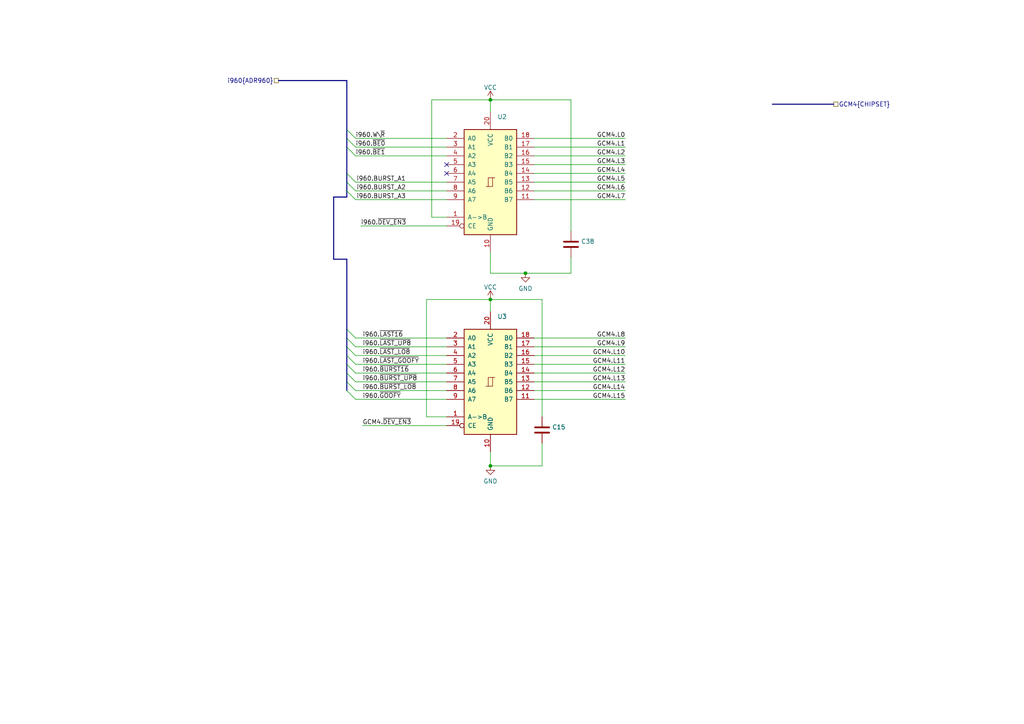
<source format=kicad_sch>
(kicad_sch (version 20211123) (generator eeschema)
  (paper "A4")
  (title_block (title "Aux Data Register") (date "2022-05-14") (rev "1") (company "Joshua Scoggins") (comment 1 "Extraneous information that should not use its own gpios"))
  (lib_symbols
    (symbol "74xx:74HC245" (pin_names (offset 1.016))
      (property "Reference" "U" (at -7.62 16.51 0))
      (property "Value" "74HC245" (at -7.62 -16.51 0))
      (symbol "74HC245_1_0"
        (polyline (pts (xy -0.635 -1.27) (xy -0.635 1.27) (xy 0.635 1.27)))
        (polyline (pts (xy -1.27 -1.27) (xy 0.635 -1.27) (xy 0.635 1.27) (xy 1.27 1.27)))
        (pin input line (at -12.7 -10.16 0) (length 5.08) (name "A->B") (number "1"))
        (pin power_in line (at 0 -20.32 90) (length 5.08) (name "GND") (number "10"))
        (pin tri_state line (at 12.7 -5.08 180) (length 5.08) (name "B7") (number "11"))
        (pin tri_state line (at 12.7 -2.54 180) (length 5.08) (name "B6") (number "12"))
        (pin tri_state line (at 12.7 0 180) (length 5.08) (name "B5") (number "13"))
        (pin tri_state line (at 12.7 2.54 180) (length 5.08) (name "B4") (number "14"))
        (pin tri_state line (at 12.7 5.08 180) (length 5.08) (name "B3") (number "15"))
        (pin tri_state line (at 12.7 7.62 180) (length 5.08) (name "B2") (number "16"))
        (pin tri_state line (at 12.7 10.16 180) (length 5.08) (name "B1") (number "17"))
        (pin tri_state line (at 12.7 12.7 180) (length 5.08) (name "B0") (number "18"))
        (pin input inverted (at -12.7 -12.7 0) (length 5.08) (name "CE") (number "19"))
        (pin tri_state line (at -12.7 12.7 0) (length 5.08) (name "A0") (number "2"))
        (pin power_in line (at 0 20.32 270) (length 5.08) (name "VCC") (number "20"))
        (pin tri_state line (at -12.7 10.16 0) (length 5.08) (name "A1") (number "3"))
        (pin tri_state line (at -12.7 7.62 0) (length 5.08) (name "A2") (number "4"))
        (pin tri_state line (at -12.7 5.08 0) (length 5.08) (name "A3") (number "5"))
        (pin tri_state line (at -12.7 2.54 0) (length 5.08) (name "A4") (number "6"))
        (pin tri_state line (at -12.7 0 0) (length 5.08) (name "A5") (number "7"))
        (pin tri_state line (at -12.7 -2.54 0) (length 5.08) (name "A6") (number "8"))
        (pin tri_state line (at -12.7 -5.08 0) (length 5.08) (name "A7") (number "9"))
      )
      (symbol "74HC245_1_1"
        (rectangle (start -7.62 15.24) (end 7.62 -15.24) (stroke (width 0.254)) (fill (type background)))
      )
    )
    (symbol "Device:C" (pin_numbers hide) (pin_names (offset 0.254))
      (property "Reference" "C" (at 0.635 2.54 0))
      (property "Value" "C" (at 0.635 -2.54 0))
      (symbol "C_0_1"
        (polyline (pts (xy -2.032 -0.762) (xy 2.032 -0.762)) (stroke (width 0.508)))
        (polyline (pts (xy -2.032 0.762) (xy 2.032 0.762)) (stroke (width 0.508)))
      )
      (symbol "C_1_1"
        (pin passive line (at 0 3.81 270) (length 2.794) (name "~") (number "1"))
        (pin passive line (at 0 -3.81 90) (length 2.794) (name "~") (number "2"))
      )
    )
    (symbol "power:GND" (power) (pin_names (offset 0))
      (property "Value" "GND" (at 0 -3.81 0))
      (symbol "GND_0_1"
        (polyline (pts (xy 0 0) (xy 0 -1.27) (xy 1.27 -1.27) (xy 0 -2.54) (xy -1.27 -1.27) (xy 0 -1.27)))
      )
      (symbol "GND_1_1"
        (pin power_in line (at 0 0 270) (length 0) hide (name "GND") (number "1"))
      )
    )
    (symbol "power:VCC" (power) (pin_names (offset 0))
      (property "Value" "VCC" (at 0 3.81 0))
      (symbol "VCC_0_1"
        (polyline (pts (xy -0.762 1.27) (xy 0 2.54)))
        (polyline (pts (xy 0 0) (xy 0 2.54)))
        (polyline (pts (xy 0 2.54) (xy 0.762 1.27)))
      )
      (symbol "VCC_1_1"
        (pin power_in line (at 0 0 90) (length 0) hide (name "VCC") (number "1"))
      )
    )
  )
  (junction (at 142.24 86.868))
  (junction (at 152.4 79.248))
  (junction (at 142.24 135.128))
  (junction (at 142.24 28.956))
  (no_connect (at 129.54 47.752))
  (no_connect (at 129.54 50.292))
  (bus_entry (at 100.584 113.284) (size 2.54 2.54))
  (bus_entry (at 100.584 40.132) (size 2.54 2.54))
  (bus_entry (at 100.584 95.504) (size 2.54 2.54))
  (bus_entry (at 100.584 52.832) (size 2.54 2.54))
  (bus_entry (at 100.584 100.584) (size 2.54 2.54))
  (bus_entry (at 100.584 55.372) (size 2.54 2.54))
  (bus_entry (at 100.584 105.664) (size 2.54 2.54))
  (bus_entry (at 100.584 50.292) (size 2.54 2.54))
  (bus_entry (at 100.584 108.204) (size 2.54 2.54))
  (bus_entry (at 100.584 110.744) (size 2.54 2.54))
  (bus_entry (at 100.584 98.044) (size 2.54 2.54))
  (bus_entry (at 100.584 103.124) (size 2.54 2.54))
  (bus_entry (at 100.584 42.672) (size 2.54 2.54))
  (bus_entry (at 100.584 37.592) (size 2.54 2.54))
  (wire (pts (xy 103.124 113.284) (xy 129.54 113.284)))
  (wire (pts (xy 103.124 45.212) (xy 129.54 45.212)))
  (wire (pts (xy 154.94 50.292) (xy 181.356 50.292)))
  (wire (pts (xy 154.94 108.204) (xy 181.356 108.204)))
  (bus (pts (xy 100.584 42.672) (xy 100.584 40.132)))
  (wire (pts (xy 154.94 113.284) (xy 181.356 113.284)))
  (wire (pts (xy 103.124 40.132) (xy 129.54 40.132)))
  (bus (pts (xy 100.584 95.504) (xy 100.584 75.184)))
  (wire (pts (xy 125.222 62.992) (xy 125.222 28.956)))
  (bus (pts (xy 100.584 37.592) (xy 100.584 23.368)))
  (bus (pts (xy 80.772 23.368) (xy 100.584 23.368)))
  (bus (pts (xy 96.774 57.15) (xy 100.584 57.15)))
  (wire (pts (xy 103.124 115.824) (xy 129.54 115.824)))
  (wire (pts (xy 157.226 86.868) (xy 157.226 120.904)))
  (wire (pts (xy 103.124 98.044) (xy 129.54 98.044)))
  (wire (pts (xy 154.94 42.672) (xy 181.356 42.672)))
  (wire (pts (xy 157.226 128.524) (xy 157.226 135.128)))
  (wire (pts (xy 103.124 100.584) (xy 129.54 100.584)))
  (wire (pts (xy 154.94 100.584) (xy 181.356 100.584)))
  (wire (pts (xy 104.648 65.532) (xy 129.54 65.532)))
  (wire (pts (xy 154.94 40.132) (xy 181.356 40.132)))
  (wire (pts (xy 123.698 86.868) (xy 142.24 86.868)))
  (wire (pts (xy 105.156 123.444) (xy 129.54 123.444)))
  (wire (pts (xy 165.608 28.956) (xy 142.24 28.956)))
  (wire (pts (xy 142.24 28.956) (xy 142.24 32.512)))
  (wire (pts (xy 165.608 79.248) (xy 165.608 74.676)))
  (bus (pts (xy 100.584 113.284) (xy 100.584 110.744)))
  (wire (pts (xy 154.94 52.832) (xy 181.356 52.832)))
  (wire (pts (xy 154.94 57.912) (xy 181.356 57.912)))
  (wire (pts (xy 154.94 110.744) (xy 181.356 110.744)))
  (wire (pts (xy 157.226 135.128) (xy 142.24 135.128)))
  (wire (pts (xy 103.124 108.204) (xy 129.54 108.204)))
  (wire (pts (xy 154.94 98.044) (xy 181.356 98.044)))
  (bus (pts (xy 224.028 30.226) (xy 241.808 30.226)))
  (wire (pts (xy 123.698 120.904) (xy 123.698 86.868)))
  (wire (pts (xy 129.54 120.904) (xy 123.698 120.904)))
  (wire (pts (xy 165.608 67.056) (xy 165.608 28.956)))
  (wire (pts (xy 103.124 55.372) (xy 129.54 55.372)))
  (bus (pts (xy 100.584 100.584) (xy 100.584 103.124)))
  (wire (pts (xy 125.222 28.956) (xy 142.24 28.956)))
  (wire (pts (xy 103.124 105.664) (xy 129.54 105.664)))
  (bus (pts (xy 100.584 75.184) (xy 96.774 75.184)))
  (wire (pts (xy 142.24 73.152) (xy 142.24 79.248)))
  (wire (pts (xy 142.24 131.064) (xy 142.24 135.128)))
  (bus (pts (xy 100.584 110.744) (xy 100.584 108.204)))
  (bus (pts (xy 100.584 108.204) (xy 100.584 105.664)))
  (bus (pts (xy 100.584 42.672) (xy 100.584 50.292)))
  (wire (pts (xy 142.24 79.248) (xy 152.4 79.248)))
  (wire (pts (xy 154.94 55.372) (xy 181.356 55.372)))
  (wire (pts (xy 154.94 45.212) (xy 181.356 45.212)))
  (wire (pts (xy 154.94 47.752) (xy 181.356 47.752)))
  (bus (pts (xy 96.774 75.184) (xy 96.774 57.15)))
  (bus (pts (xy 100.584 52.832) (xy 100.584 50.292)))
  (wire (pts (xy 103.124 57.912) (xy 129.54 57.912)))
  (wire (pts (xy 142.24 90.424) (xy 142.24 86.868)))
  (wire (pts (xy 103.124 110.744) (xy 129.54 110.744)))
  (bus (pts (xy 100.584 103.124) (xy 100.584 105.664)))
  (bus (pts (xy 100.584 98.044) (xy 100.584 95.504)))
  (bus (pts (xy 100.584 100.584) (xy 100.584 98.044)))
  (wire (pts (xy 103.124 42.672) (xy 129.54 42.672)))
  (wire (pts (xy 103.124 103.124) (xy 129.54 103.124)))
  (wire (pts (xy 154.94 115.824) (xy 181.356 115.824)))
  (wire (pts (xy 103.124 52.832) (xy 129.54 52.832)))
  (wire (pts (xy 129.54 62.992) (xy 125.222 62.992)))
  (wire (pts (xy 152.4 79.248) (xy 165.608 79.248)))
  (wire (pts (xy 154.94 103.124) (xy 181.356 103.124)))
  (bus (pts (xy 100.584 55.372) (xy 100.584 52.832)))
  (wire (pts (xy 154.94 105.664) (xy 181.356 105.664)))
  (wire (pts (xy 142.24 86.868) (xy 157.226 86.868)))
  (bus (pts (xy 100.584 40.132) (xy 100.584 37.592)))
  (bus (pts (xy 100.584 57.15) (xy 100.584 55.372)))
  (label "GCM4.L8" (at 181.356 98.044 180))
  (label "GCM4.~{DEV_EN3}" (at 105.156 123.444 0))
  (label "GCM4.L10" (at 181.356 103.124 180))
  (label "i960.~{BE0}" (at 103.124 42.672 0))
  (label "GCM4.L13" (at 181.356 110.744 180))
  (label "i960.~{LAST16}" (at 105.156 98.044 0))
  (label "GCM4.L7" (at 181.356 57.912 180))
  (label "i960.~{DEV_EN3}" (at 104.648 65.532 0))
  (label "i960.BURST_A1" (at 103.378 52.832 0))
  (label "GCM4.L14" (at 181.356 113.284 180))
  (label "i960.BURST_A2" (at 103.378 55.372 0))
  (label "i960.~{GOOFY}" (at 105.156 115.824 0))
  (label "i960.~{BURST16}" (at 105.156 108.204 0))
  (label "GCM4.L6" (at 181.356 55.372 180))
  (label "GCM4.L1" (at 181.356 42.672 180))
  (label "GCM4.L12" (at 181.356 108.204 180))
  (label "GCM4.L3" (at 181.356 47.752 180))
  (label "i960.~{LAST_UP8}" (at 105.156 100.584 0))
  (label "GCM4.L2" (at 181.356 45.212 180))
  (label "GCM4.L4" (at 181.356 50.292 180))
  (label "i960.BURST_A3" (at 103.378 57.912 0))
  (label "i960.~{BURST_UP8}" (at 105.156 110.744 0))
  (label "GCM4.L5" (at 181.356 52.832 180))
  (label "i960.~{LAST_GOOFY}" (at 105.156 105.664 0))
  (label "i960.W\\~{R}" (at 103.124 40.132 0))
  (label "i960.~{BURST_LO8}" (at 105.156 113.284 0))
  (label "GCM4.L9" (at 181.356 100.584 180))
  (label "GCM4.L0" (at 181.356 40.132 180))
  (label "GCM4.L15" (at 181.356 115.824 180))
  (label "GCM4.L11" (at 181.356 105.664 180))
  (label "i960.~{LAST_LO8}" (at 105.156 103.124 0))
  (label "i960.~{BE1}" (at 103.124 45.212 0))
  (hierarchical_label "i960{ADR960}" (shape passive) (at 80.772 23.368 180))
  (hierarchical_label "GCM4{CHIPSET}" (shape passive) (at 241.808 30.226 0))
  (symbol (lib_id "power:VCC") (at 142.24 86.868 0) (unit 1)
    (property "Reference" "#PWR02" (effects hide))
  )
  (symbol (lib_id "74xx:74HC245") (at 142.24 52.832 0) (unit 1)
    (property "Reference" "U2" (at 144.2594 33.8922 0) (effects (justify left)))
    (property "Datasheet" "http://www.ti.com/lit/gpn/sn74HC245" (effects hide))
  )
  (symbol (lib_id "power:GND") (at 142.24 135.128 0) (unit 1)
    (property "Reference" "#PWR03" (effects hide))
  )
  (symbol (lib_id "power:GND") (at 152.4 79.248 0) (unit 1)
    (property "Reference" "#PWR04" (effects hide))
  )
  (symbol (lib_id "74xx:74HC245") (at 142.24 110.744 0) (unit 1)
    (property "Reference" "U3" (at 144.2594 91.8042 0) (effects (justify left)))
    (property "Datasheet" "http://www.ti.com/lit/gpn/sn74HC245" (effects hide))
  )
  (symbol (lib_id "Device:C") (at 157.226 124.714 0) (unit 1)
    (property "Reference" "C15" (at 160.147 123.8793 0) (effects (justify left)))
  )
  (symbol (lib_id "Device:C") (at 165.608 70.866 0) (unit 1)
    (property "Reference" "C38" (at 168.529 70.0313 0) (effects (justify left)))
  )
  (symbol (lib_id "power:VCC") (at 142.24 28.956 0) (unit 1)
    (property "Reference" "#PWR01" (effects hide))
  )
)
</source>
